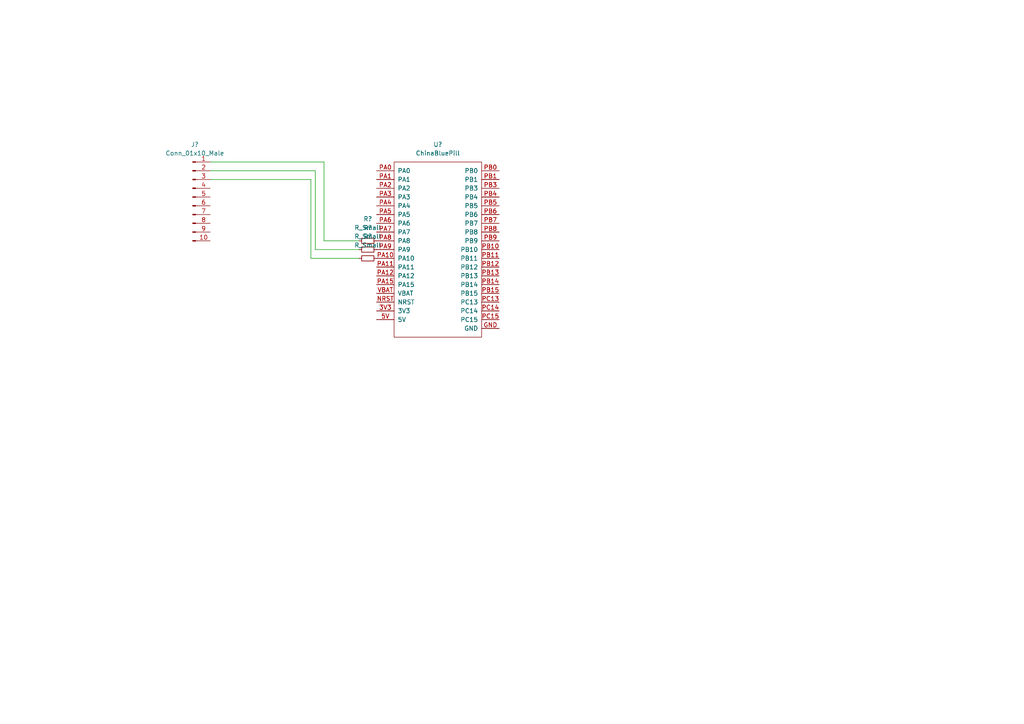
<source format=kicad_sch>
(kicad_sch (version 20211123) (generator eeschema)
  (paper "A4")
  (lib_symbols
    (symbol "Blue Pill:ChinaBluePill" (pin_names (offset 1.016))
      (property "Reference" "U" (at 0 2.54 0))
      (property "Value" "ChinaBluePill" (at 0 0 0))
      (symbol "ChinaBluePill_0_1"
        (rectangle (start -12.7 16.51) (end 12.7 -34.29))
      )
      (symbol "ChinaBluePill_1_1"
        (pin input line (at -17.78 -26.67 0) (length 5.08) (name "3V3") (number "3V3"))
        (pin input line (at -17.78 -29.21 0) (length 5.08) (name "5V") (number "5V"))
        (pin input line (at 17.78 -31.75 180) (length 5.08) (name "GND") (number "GND"))
        (pin input line (at -17.78 -24.13 0) (length 5.08) (name "NRST") (number "NRST"))
        (pin input line (at -17.78 13.97 0) (length 5.08) (name "PA0") (number "PA0"))
        (pin input line (at -17.78 11.43 0) (length 5.08) (name "PA1") (number "PA1"))
        (pin input line (at -17.78 -11.43 0) (length 5.08) (name "PA10") (number "PA10"))
        (pin input line (at -17.78 -13.97 0) (length 5.08) (name "PA11") (number "PA11"))
        (pin input line (at -17.78 -16.51 0) (length 5.08) (name "PA12") (number "PA12"))
        (pin input line (at -17.78 -19.05 0) (length 5.08) (name "PA15") (number "PA15"))
        (pin input line (at -17.78 8.89 0) (length 5.08) (name "PA2") (number "PA2"))
        (pin input line (at -17.78 6.35 0) (length 5.08) (name "PA3") (number "PA3"))
        (pin input line (at -17.78 3.81 0) (length 5.08) (name "PA4") (number "PA4"))
        (pin input line (at -17.78 1.27 0) (length 5.08) (name "PA5") (number "PA5"))
        (pin input line (at -17.78 -1.27 0) (length 5.08) (name "PA6") (number "PA6"))
        (pin input line (at -17.78 -3.81 0) (length 5.08) (name "PA7") (number "PA7"))
        (pin input line (at -17.78 -6.35 0) (length 5.08) (name "PA8") (number "PA8"))
        (pin input line (at -17.78 -8.89 0) (length 5.08) (name "PA9") (number "PA9"))
        (pin input line (at 17.78 13.97 180) (length 5.08) (name "PB0") (number "PB0"))
        (pin input line (at 17.78 11.43 180) (length 5.08) (name "PB1") (number "PB1"))
        (pin input line (at 17.78 -8.89 180) (length 5.08) (name "PB10") (number "PB10"))
        (pin input line (at 17.78 -11.43 180) (length 5.08) (name "PB11") (number "PB11"))
        (pin input line (at 17.78 -13.97 180) (length 5.08) (name "PB12") (number "PB12"))
        (pin input line (at 17.78 -16.51 180) (length 5.08) (name "PB13") (number "PB13"))
        (pin input line (at 17.78 -19.05 180) (length 5.08) (name "PB14") (number "PB14"))
        (pin input line (at 17.78 -21.59 180) (length 5.08) (name "PB15") (number "PB15"))
        (pin input line (at 17.78 8.89 180) (length 5.08) (name "PB3") (number "PB3"))
        (pin input line (at 17.78 6.35 180) (length 5.08) (name "PB4") (number "PB4"))
        (pin input line (at 17.78 3.81 180) (length 5.08) (name "PB5") (number "PB5"))
        (pin input line (at 17.78 1.27 180) (length 5.08) (name "PB6") (number "PB6"))
        (pin input line (at 17.78 -1.27 180) (length 5.08) (name "PB7") (number "PB7"))
        (pin input line (at 17.78 -3.81 180) (length 5.08) (name "PB8") (number "PB8"))
        (pin input line (at 17.78 -6.35 180) (length 5.08) (name "PB9") (number "PB9"))
        (pin input line (at 17.78 -24.13 180) (length 5.08) (name "PC13") (number "PC13"))
        (pin input line (at 17.78 -26.67 180) (length 5.08) (name "PC14") (number "PC14"))
        (pin input line (at 17.78 -29.21 180) (length 5.08) (name "PC15") (number "PC15"))
        (pin input line (at -17.78 -21.59 0) (length 5.08) (name "VBAT") (number "VBAT"))
      )
    )
    (symbol "Connector:Conn_01x10_Male" (pin_names (offset 1.016) hide)
      (property "Reference" "J" (at 0 12.7 0))
      (property "Value" "Conn_01x10_Male" (at 0 -15.24 0))
      (symbol "Conn_01x10_Male_1_1"
        (polyline (pts (xy 1.27 -12.7) (xy 0.8636 -12.7)) (stroke (width 0.1524)))
        (polyline (pts (xy 1.27 -10.16) (xy 0.8636 -10.16)) (stroke (width 0.1524)))
        (polyline (pts (xy 1.27 -7.62) (xy 0.8636 -7.62)) (stroke (width 0.1524)))
        (polyline (pts (xy 1.27 -5.08) (xy 0.8636 -5.08)) (stroke (width 0.1524)))
        (polyline (pts (xy 1.27 -2.54) (xy 0.8636 -2.54)) (stroke (width 0.1524)))
        (polyline (pts (xy 1.27 0) (xy 0.8636 0)) (stroke (width 0.1524)))
        (polyline (pts (xy 1.27 2.54) (xy 0.8636 2.54)) (stroke (width 0.1524)))
        (polyline (pts (xy 1.27 5.08) (xy 0.8636 5.08)) (stroke (width 0.1524)))
        (polyline (pts (xy 1.27 7.62) (xy 0.8636 7.62)) (stroke (width 0.1524)))
        (polyline (pts (xy 1.27 10.16) (xy 0.8636 10.16)) (stroke (width 0.1524)))
        (rectangle (start 0.8636 -12.573) (end 0 -12.827) (stroke (width 0.1524)) (fill (type outline)))
        (rectangle (start 0.8636 -10.033) (end 0 -10.287) (stroke (width 0.1524)) (fill (type outline)))
        (rectangle (start 0.8636 -7.493) (end 0 -7.747) (stroke (width 0.1524)) (fill (type outline)))
        (rectangle (start 0.8636 -4.953) (end 0 -5.207) (stroke (width 0.1524)) (fill (type outline)))
        (rectangle (start 0.8636 -2.413) (end 0 -2.667) (stroke (width 0.1524)) (fill (type outline)))
        (rectangle (start 0.8636 0.127) (end 0 -0.127) (stroke (width 0.1524)) (fill (type outline)))
        (rectangle (start 0.8636 2.667) (end 0 2.413) (stroke (width 0.1524)) (fill (type outline)))
        (rectangle (start 0.8636 5.207) (end 0 4.953) (stroke (width 0.1524)) (fill (type outline)))
        (rectangle (start 0.8636 7.747) (end 0 7.493) (stroke (width 0.1524)) (fill (type outline)))
        (rectangle (start 0.8636 10.287) (end 0 10.033) (stroke (width 0.1524)) (fill (type outline)))
        (pin passive line (at 5.08 10.16 180) (length 3.81) (name "Pin_1") (number "1"))
        (pin passive line (at 5.08 -12.7 180) (length 3.81) (name "Pin_10") (number "10"))
        (pin passive line (at 5.08 7.62 180) (length 3.81) (name "Pin_2") (number "2"))
        (pin passive line (at 5.08 5.08 180) (length 3.81) (name "Pin_3") (number "3"))
        (pin passive line (at 5.08 2.54 180) (length 3.81) (name "Pin_4") (number "4"))
        (pin passive line (at 5.08 0 180) (length 3.81) (name "Pin_5") (number "5"))
        (pin passive line (at 5.08 -2.54 180) (length 3.81) (name "Pin_6") (number "6"))
        (pin passive line (at 5.08 -5.08 180) (length 3.81) (name "Pin_7") (number "7"))
        (pin passive line (at 5.08 -7.62 180) (length 3.81) (name "Pin_8") (number "8"))
        (pin passive line (at 5.08 -10.16 180) (length 3.81) (name "Pin_9") (number "9"))
      )
    )
    (symbol "Device:R_Small" (pin_numbers hide) (pin_names (offset 0.254) hide)
      (property "Reference" "R" (at 0.762 0.508 0))
      (property "Value" "R_Small" (at 0.762 -1.016 0))
      (symbol "R_Small_0_1"
        (rectangle (start -0.762 1.778) (end 0.762 -1.778) (stroke (width 0.2032)))
      )
      (symbol "R_Small_1_1"
        (pin passive line (at 0 2.54 270) (length 0.762) (name "~") (number "1"))
        (pin passive line (at 0 -2.54 90) (length 0.762) (name "~") (number "2"))
      )
    )
  )
  (wire (pts (xy 60.96 52.07) (xy 90.17 52.07)))
  (wire (pts (xy 93.98 69.85) (xy 104.14 69.85)))
  (wire (pts (xy 91.44 49.53) (xy 91.44 72.39)))
  (wire (pts (xy 90.17 52.07) (xy 90.17 74.93)))
  (wire (pts (xy 93.98 69.85) (xy 93.98 46.99)))
  (wire (pts (xy 104.14 74.93) (xy 90.17 74.93)))
  (wire (pts (xy 93.98 46.99) (xy 60.96 46.99)))
  (wire (pts (xy 60.96 49.53) (xy 91.44 49.53)))
  (wire (pts (xy 104.14 72.39) (xy 91.44 72.39)))
  (symbol (lib_id "Device:R_Small") (at 106.68 72.39 90) (unit 1)
    (property "Reference" "R?" (at 106.68 66.04 90))
    (property "Value" "R_Small" (at 106.68 68.58 90))
  )
  (symbol (lib_id "Device:R_Small") (at 106.68 69.85 90) (unit 1)
    (property "Reference" "R?" (at 106.68 63.5 90))
    (property "Value" "R_Small" (at 106.68 66.04 90))
  )
  (symbol (lib_id "Connector:Conn_01x10_Male") (at 55.88 57.15 0) (unit 1)
    (property "Reference" "J?" (at 56.515 41.91 0))
    (property "Value" "Conn_01x10_Male" (at 56.515 44.45 0))
  )
  (symbol (lib_id "Device:R_Small") (at 106.68 74.93 90) (unit 1)
    (property "Reference" "R?" (at 106.68 68.58 90))
    (property "Value" "R_Small" (at 106.68 71.12 90))
  )
  (symbol (lib_id "Blue Pill:ChinaBluePill") (at 127 63.5 0) (unit 1)
    (property "Reference" "U?" (at 127 41.91 0))
    (property "Value" "ChinaBluePill" (at 127 44.45 0))
  )
)
</source>
